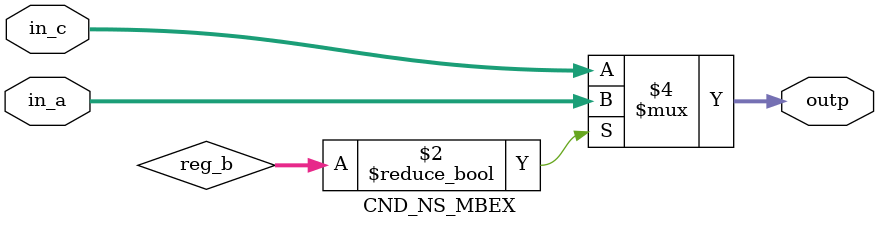
<source format=v>
module CND_NS_MBEX (outp,in_a,in_c);
   output reg [2:0] outp;
   input [2:0] in_a;
   input [2:0] in_c;
   reg [4:0] reg_b;
   always @(in_a or in_c or reg_b)
   begin
      if ( reg_b ) outp = in_a;
      else
      outp = in_c;
   end
endmodule

</source>
